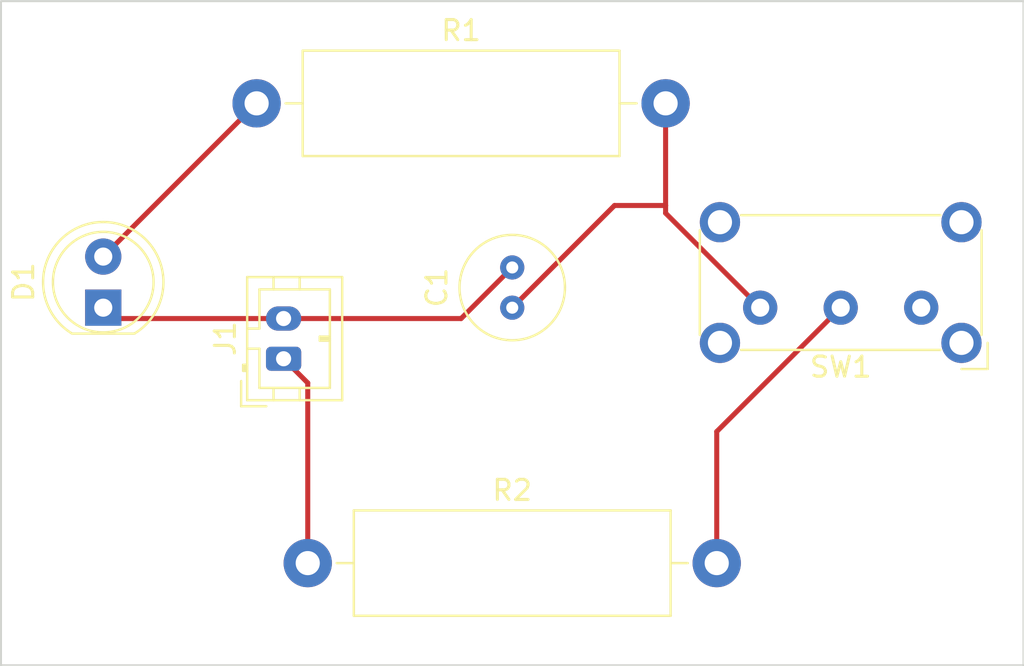
<source format=kicad_pcb>
(kicad_pcb (version 20211014) (generator pcbnew)
  (layers (0 "F.Cu" signal) (31 "B.Cu" signal) (34 "B.Paste" user) (35 "F.Paste" user) (36 "B.SilkS" user "B.Silkscreen") (37 "F.SilkS" user "F.Silkscreen") (38 "B.Mask" user) (39 "F.Mask" user) (44 "Edge.Cuts" user))
  (net 0 "")
  (net 1 "Net-(C1-Pad1)")
  (net 2 "Net-(C1-Pad2)")
  (net 3 "Net-(D1-Pad2)")
  (net 4 "Net-(J1-Pad1)")
  (net 5 "Net-(R2-Pad2)")
  (footprint "LED_THT:LED_D5.0mm" (layer "F.Cu") (at 124.46 88.9 90)
    (fp_text reference "D1" (at 1.27 -3.96 90) (layer "F.SilkS"))
    (fp_text value "LED")
    (fp_line (start -1.29 -1.545) (end -1.29 1.545) (layer "F.SilkS") (width 0.12))
    (fp_arc (start -1.29 -1.54483) (mid 2.072002 -2.880433) (end 4.26 0.000462) (layer "F.SilkS") (width 0.12))
    (fp_arc (start 4.26 -0.000462) (mid 2.072002 2.880433) (end -1.29 1.54483) (layer "F.SilkS") (width 0.12))
    (fp_circle (center 1.27 0) (end 3.77 0) (layer "F.SilkS") (width 0.12) (fill none))
    (pad "1" thru_hole rect (at 0 0 90) (size 1.8 1.8) (drill 0.9) (layers *.Cu *.Mask) (net 2 "Net-(C1-Pad2)"))
    (pad "2" thru_hole circle (at 2.54 0 90) (size 1.8 1.8) (drill 0.9) (layers *.Cu *.Mask) (net 3 "Net-(D1-Pad2)"))
  )
  (footprint "Button_Switch_THT:SW_E-Switch_EG1224_SPDT_Angled" (layer "F.Cu") (at 165.1 88.9 180)
    (fp_text reference "SW1" (at 4 -2.95) (layer "F.SilkS"))
    (fp_text value "SW_SPDT")
    (fp_line (start 11 -1.35) (end 11 3.85) (layer "F.SilkS") (width 0.12))
    (fp_line (start -3 3.85) (end -3 -1.35) (layer "F.SilkS") (width 0.12))
    (fp_line (start -0.95 -2.1) (end 8.95 -2.1) (layer "F.SilkS") (width 0.12))
    (fp_line (start -3.3 -3.05) (end -2 -3.05) (layer "F.SilkS") (width 0.12))
    (fp_line (start -3.3 -1.75) (end -3.3 -3.05) (layer "F.SilkS") (width 0.12))
    (fp_line (start 8.95 4.6) (end -0.95 4.6) (layer "F.SilkS") (width 0.12))
    (pad "" thru_hole circle (at 10 4.25 180) (size 2 2) (drill 1.2) (layers *.Cu *.Mask))
    (pad "" thru_hole circle (at -2 -1.75 180) (size 2 2) (drill 1.2) (layers *.Cu *.Mask))
    (pad "" thru_hole circle (at 10 -1.75 180) (size 2 2) (drill 1.2) (layers *.Cu *.Mask))
    (pad "" thru_hole circle (at -2 4.25 180) (size 2 2) (drill 1.2) (layers *.Cu *.Mask))
    (pad "1" thru_hole circle (at 0 0 180) (size 1.7 1.7) (drill 0.9) (layers *.Cu *.Mask))
    (pad "2" thru_hole circle (at 4 0 180) (size 1.7 1.7) (drill 0.9) (layers *.Cu *.Mask) (net 5 "Net-(R2-Pad2)"))
    (pad "3" thru_hole circle (at 8 0 180) (size 1.7 1.7) (drill 0.9) (layers *.Cu *.Mask) (net 1 "Net-(C1-Pad1)"))
  )
  (footprint "Connector_JST:JST_PH_B2B-PH-K_1x02_P2.00mm_Vertical" (layer "F.Cu") (at 133.42 91.44 90)
    (fp_text reference "J1" (at 1 -2.9 90) (layer "F.SilkS"))
    (fp_text value "Conn_01x02_Male")
    (fp_line (start 1 2.3) (end 1 1.8) (layer "F.SilkS") (width 0.12))
    (fp_line (start 4.06 0.8) (end 3.45 0.8) (layer "F.SilkS") (width 0.12))
    (fp_line (start -1.45 2.3) (end 3.45 2.3) (layer "F.SilkS") (width 0.12))
    (fp_line (start -0.3 -1.91) (end -0.6 -1.91) (layer "F.SilkS") (width 0.12))
    (fp_line (start 0.5 -1.81) (end 0.5 -1.2) (layer "F.SilkS") (width 0.12))
    (fp_line (start -1.11 -2.11) (end -2.36 -2.11) (layer "F.SilkS") (width 0.12))
    (fp_line (start -2.06 0.8) (end -1.45 0.8) (layer "F.SilkS") (width 0.12))
    (fp_line (start 1.5 -1.2) (end 1.5 -1.81) (layer "F.SilkS") (width 0.12))
    (fp_line (start 0.9 1.8) (end 1.1 1.8) (layer "F.SilkS") (width 0.12))
    (fp_line (start -2.36 -2.11) (end -2.36 -0.86) (layer "F.SilkS") (width 0.12))
    (fp_line (start 3.45 -1.2) (end 1.5 -1.2) (layer "F.SilkS") (width 0.12))
    (fp_line (start -1.45 -1.2) (end -1.45 2.3) (layer "F.SilkS") (width 0.12))
    (fp_line (start 4.06 2.91) (end 4.06 -1.81) (layer "F.SilkS") (width 0.12))
    (fp_line (start -0.6 -2.01) (end -0.6 -1.81) (layer "F.SilkS") (width 0.12))
    (fp_line (start 1.1 1.8) (end 1.1 2.3) (layer "F.SilkS") (width 0.12))
    (fp_line (start 4.06 -1.81) (end -2.06 -1.81) (layer "F.SilkS") (width 0.12))
    (fp_line (start 0.5 -1.2) (end -1.45 -1.2) (layer "F.SilkS") (width 0.12))
    (fp_line (start -2.06 2.91) (end 4.06 2.91) (layer "F.SilkS") (width 0.12))
    (fp_line (start 0.9 2.3) (end 0.9 1.8) (layer "F.SilkS") (width 0.12))
    (fp_line (start 3.45 2.3) (end 3.45 -1.2) (layer "F.SilkS") (width 0.12))
    (fp_line (start 4.06 -0.5) (end 3.45 -0.5) (layer "F.SilkS") (width 0.12))
    (fp_line (start -2.06 -0.5) (end -1.45 -0.5) (layer "F.SilkS") (width 0.12))
    (fp_line (start -0.3 -1.81) (end -0.3 -2.01) (layer "F.SilkS") (width 0.12))
    (fp_line (start -0.3 -2.01) (end -0.6 -2.01) (layer "F.SilkS") (width 0.12))
    (fp_line (start -2.06 -1.81) (end -2.06 2.91) (layer "F.SilkS") (width 0.12))
    (pad "1" thru_hole roundrect (at 0 0 90) (size 1.2 1.75) (drill 0.75) (layers *.Cu *.Mask) (roundrect_rratio 0.208333) (net 4 "Net-(J1-Pad1)"))
    (pad "2" thru_hole oval (at 2 0 90) (size 1.2 1.75) (drill 0.75) (layers *.Cu *.Mask) (net 2 "Net-(C1-Pad2)"))
  )
  (footprint "Capacitor_THT:C_Radial_D5.0mm_H5.0mm_P2.00mm" (layer "F.Cu") (at 144.78 88.9 90)
    (fp_text reference "C1" (at 1 -3.75 90) (layer "F.SilkS"))
    (fp_text value "4.7 uF")
    (fp_circle (center 1 0) (end 3.62 0) (layer "F.SilkS") (width 0.12) (fill none))
    (pad "1" thru_hole circle (at 0 0 90) (size 1.2 1.2) (drill 0.6) (layers *.Cu *.Mask) (net 1 "Net-(C1-Pad1)"))
    (pad "2" thru_hole circle (at 2 0 90) (size 1.2 1.2) (drill 0.6) (layers *.Cu *.Mask) (net 2 "Net-(C1-Pad2)"))
  )
  (footprint "Resistor_THT:R_Axial_DIN0516_L15.5mm_D5.0mm_P20.32mm_Horizontal" (layer "F.Cu") (at 134.62 101.6)
    (fp_text reference "R2" (at 10.16 -3.62) (layer "F.SilkS"))
    (fp_text value "2.2k")
    (fp_line (start 2.29 2.62) (end 18.03 2.62) (layer "F.SilkS") (width 0.12))
    (fp_line (start 18.88 0) (end 18.03 0) (layer "F.SilkS") (width 0.12))
    (fp_line (start 18.03 -2.62) (end 2.29 -2.62) (layer "F.SilkS") (width 0.12))
    (fp_line (start 1.44 0) (end 2.29 0) (layer "F.SilkS") (width 0.12))
    (fp_line (start 18.03 2.62) (end 18.03 -2.62) (layer "F.SilkS") (width 0.12))
    (fp_line (start 2.29 -2.62) (end 2.29 2.62) (layer "F.SilkS") (width 0.12))
    (pad "1" thru_hole circle (at 0 0) (size 2.4 2.4) (drill 1.2) (layers *.Cu *.Mask) (net 4 "Net-(J1-Pad1)"))
    (pad "2" thru_hole oval (at 20.32 0) (size 2.4 2.4) (drill 1.2) (layers *.Cu *.Mask) (net 5 "Net-(R2-Pad2)"))
  )
  (footprint "Resistor_THT:R_Axial_DIN0516_L15.5mm_D5.0mm_P20.32mm_Horizontal" (layer "F.Cu") (at 132.08 78.74)
    (fp_text reference "R1" (at 10.16 -3.62) (layer "F.SilkS"))
    (fp_text value "20k")
    (fp_line (start 18.88 0) (end 18.03 0) (layer "F.SilkS") (width 0.12))
    (fp_line (start 2.29 2.62) (end 18.03 2.62) (layer "F.SilkS") (width 0.12))
    (fp_line (start 2.29 -2.62) (end 2.29 2.62) (layer "F.SilkS") (width 0.12))
    (fp_line (start 18.03 -2.62) (end 2.29 -2.62) (layer "F.SilkS") (width 0.12))
    (fp_line (start 18.03 2.62) (end 18.03 -2.62) (layer "F.SilkS") (width 0.12))
    (fp_line (start 1.44 0) (end 2.29 0) (layer "F.SilkS") (width 0.12))
    (pad "1" thru_hole circle (at 0 0) (size 2.4 2.4) (drill 1.2) (layers *.Cu *.Mask) (net 3 "Net-(D1-Pad2)"))
    (pad "2" thru_hole oval (at 20.32 0) (size 2.4 2.4) (drill 1.2) (layers *.Cu *.Mask) (net 1 "Net-(C1-Pad1)"))
  )
  (gr_rect (start 119.38 73.66) (end 170.18 106.68) (layer "Edge.Cuts") (width 0.1) (fill none))
  (segment (start 149.86 83.82) (end 152.4 83.82) (width 0.25) (layer "F.Cu") (net 1))
  (segment (start 152.4 84.2) (end 157.1 88.9) (width 0.25) (layer "F.Cu") (net 1))
  (segment (start 152.4 83.82) (end 152.4 84.2) (width 0.25) (layer "F.Cu") (net 1))
  (segment (start 144.78 88.9) (end 149.86 83.82) (width 0.25) (layer "F.Cu") (net 1))
  (segment (start 152.4 78.74) (end 152.4 83.82) (width 0.25) (layer "F.Cu") (net 1))
  (segment (start 133.42 89.44) (end 142.24 89.44) (width 0.25) (layer "F.Cu") (net 2))
  (segment (start 142.24 89.44) (end 144.78 86.9) (width 0.25) (layer "F.Cu") (net 2))
  (segment (start 125 89.44) (end 124.46 88.9) (width 0.25) (layer "F.Cu") (net 2))
  (segment (start 133.42 89.44) (end 125 89.44) (width 0.25) (layer "F.Cu") (net 2))
  (segment (start 124.46 86.36) (end 132.08 78.74) (width 0.25) (layer "F.Cu") (net 3))
  (segment (start 134.62 101.6) (end 134.62 92.64) (width 0.25) (layer "F.Cu") (net 4))
  (segment (start 134.62 92.64) (end 133.42 91.44) (width 0.25) (layer "F.Cu") (net 4))
  (segment (start 161.1 88.9) (end 154.94 95.06) (width 0.25) (layer "F.Cu") (net 5))
  (segment (start 154.94 95.06) (end 154.94 101.6) (width 0.25) (layer "F.Cu") (net 5))
)
</source>
